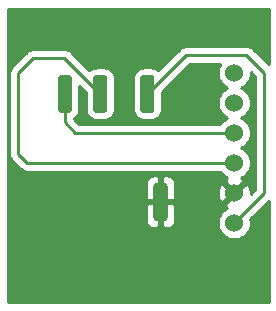
<source format=gbr>
G04 #@! TF.GenerationSoftware,KiCad,Pcbnew,(5.1.5)-3*
G04 #@! TF.CreationDate,2020-12-21T12:30:48+01:00*
G04 #@! TF.ProjectId,epimetheus_ina219,6570696d-6574-4686-9575-735f696e6132,rev?*
G04 #@! TF.SameCoordinates,Original*
G04 #@! TF.FileFunction,Copper,L1,Top*
G04 #@! TF.FilePolarity,Positive*
%FSLAX46Y46*%
G04 Gerber Fmt 4.6, Leading zero omitted, Abs format (unit mm)*
G04 Created by KiCad (PCBNEW (5.1.5)-3) date 2020-12-21 12:30:48*
%MOMM*%
%LPD*%
G04 APERTURE LIST*
%ADD10C,1.524000*%
%ADD11C,0.100000*%
%ADD12C,0.250000*%
%ADD13C,0.254000*%
G04 APERTURE END LIST*
D10*
X179324000Y-24638000D03*
X179324000Y-27178000D03*
X179324000Y-29718000D03*
X179324000Y-32258000D03*
X179324000Y-34798000D03*
X179324000Y-37338000D03*
G04 #@! TA.AperFunction,SMDPad,CuDef*
D11*
G36*
X165302405Y-24817445D02*
G01*
X165331527Y-24821764D01*
X165360085Y-24828918D01*
X165387805Y-24838836D01*
X165414419Y-24851424D01*
X165439671Y-24866559D01*
X165463318Y-24884097D01*
X165485132Y-24903868D01*
X165504903Y-24925682D01*
X165522441Y-24949329D01*
X165537576Y-24974581D01*
X165550164Y-25001195D01*
X165560082Y-25028915D01*
X165567236Y-25057473D01*
X165571555Y-25086595D01*
X165573000Y-25116000D01*
X165573000Y-27716000D01*
X165571555Y-27745405D01*
X165567236Y-27774527D01*
X165560082Y-27803085D01*
X165550164Y-27830805D01*
X165537576Y-27857419D01*
X165522441Y-27882671D01*
X165504903Y-27906318D01*
X165485132Y-27928132D01*
X165463318Y-27947903D01*
X165439671Y-27965441D01*
X165414419Y-27980576D01*
X165387805Y-27993164D01*
X165360085Y-28003082D01*
X165331527Y-28010236D01*
X165302405Y-28014555D01*
X165273000Y-28016000D01*
X164673000Y-28016000D01*
X164643595Y-28014555D01*
X164614473Y-28010236D01*
X164585915Y-28003082D01*
X164558195Y-27993164D01*
X164531581Y-27980576D01*
X164506329Y-27965441D01*
X164482682Y-27947903D01*
X164460868Y-27928132D01*
X164441097Y-27906318D01*
X164423559Y-27882671D01*
X164408424Y-27857419D01*
X164395836Y-27830805D01*
X164385918Y-27803085D01*
X164378764Y-27774527D01*
X164374445Y-27745405D01*
X164373000Y-27716000D01*
X164373000Y-25116000D01*
X164374445Y-25086595D01*
X164378764Y-25057473D01*
X164385918Y-25028915D01*
X164395836Y-25001195D01*
X164408424Y-24974581D01*
X164423559Y-24949329D01*
X164441097Y-24925682D01*
X164460868Y-24903868D01*
X164482682Y-24884097D01*
X164506329Y-24866559D01*
X164531581Y-24851424D01*
X164558195Y-24838836D01*
X164585915Y-24828918D01*
X164614473Y-24821764D01*
X164643595Y-24817445D01*
X164673000Y-24816000D01*
X165273000Y-24816000D01*
X165302405Y-24817445D01*
G37*
G04 #@! TD.AperFunction*
G04 #@! TA.AperFunction,SMDPad,CuDef*
G36*
X168302405Y-24817445D02*
G01*
X168331527Y-24821764D01*
X168360085Y-24828918D01*
X168387805Y-24838836D01*
X168414419Y-24851424D01*
X168439671Y-24866559D01*
X168463318Y-24884097D01*
X168485132Y-24903868D01*
X168504903Y-24925682D01*
X168522441Y-24949329D01*
X168537576Y-24974581D01*
X168550164Y-25001195D01*
X168560082Y-25028915D01*
X168567236Y-25057473D01*
X168571555Y-25086595D01*
X168573000Y-25116000D01*
X168573000Y-27716000D01*
X168571555Y-27745405D01*
X168567236Y-27774527D01*
X168560082Y-27803085D01*
X168550164Y-27830805D01*
X168537576Y-27857419D01*
X168522441Y-27882671D01*
X168504903Y-27906318D01*
X168485132Y-27928132D01*
X168463318Y-27947903D01*
X168439671Y-27965441D01*
X168414419Y-27980576D01*
X168387805Y-27993164D01*
X168360085Y-28003082D01*
X168331527Y-28010236D01*
X168302405Y-28014555D01*
X168273000Y-28016000D01*
X167673000Y-28016000D01*
X167643595Y-28014555D01*
X167614473Y-28010236D01*
X167585915Y-28003082D01*
X167558195Y-27993164D01*
X167531581Y-27980576D01*
X167506329Y-27965441D01*
X167482682Y-27947903D01*
X167460868Y-27928132D01*
X167441097Y-27906318D01*
X167423559Y-27882671D01*
X167408424Y-27857419D01*
X167395836Y-27830805D01*
X167385918Y-27803085D01*
X167378764Y-27774527D01*
X167374445Y-27745405D01*
X167373000Y-27716000D01*
X167373000Y-25116000D01*
X167374445Y-25086595D01*
X167378764Y-25057473D01*
X167385918Y-25028915D01*
X167395836Y-25001195D01*
X167408424Y-24974581D01*
X167423559Y-24949329D01*
X167441097Y-24925682D01*
X167460868Y-24903868D01*
X167482682Y-24884097D01*
X167506329Y-24866559D01*
X167531581Y-24851424D01*
X167558195Y-24838836D01*
X167585915Y-24828918D01*
X167614473Y-24821764D01*
X167643595Y-24817445D01*
X167673000Y-24816000D01*
X168273000Y-24816000D01*
X168302405Y-24817445D01*
G37*
G04 #@! TD.AperFunction*
G04 #@! TA.AperFunction,SMDPad,CuDef*
G36*
X172287405Y-24817445D02*
G01*
X172316527Y-24821764D01*
X172345085Y-24828918D01*
X172372805Y-24838836D01*
X172399419Y-24851424D01*
X172424671Y-24866559D01*
X172448318Y-24884097D01*
X172470132Y-24903868D01*
X172489903Y-24925682D01*
X172507441Y-24949329D01*
X172522576Y-24974581D01*
X172535164Y-25001195D01*
X172545082Y-25028915D01*
X172552236Y-25057473D01*
X172556555Y-25086595D01*
X172558000Y-25116000D01*
X172558000Y-27716000D01*
X172556555Y-27745405D01*
X172552236Y-27774527D01*
X172545082Y-27803085D01*
X172535164Y-27830805D01*
X172522576Y-27857419D01*
X172507441Y-27882671D01*
X172489903Y-27906318D01*
X172470132Y-27928132D01*
X172448318Y-27947903D01*
X172424671Y-27965441D01*
X172399419Y-27980576D01*
X172372805Y-27993164D01*
X172345085Y-28003082D01*
X172316527Y-28010236D01*
X172287405Y-28014555D01*
X172258000Y-28016000D01*
X171658000Y-28016000D01*
X171628595Y-28014555D01*
X171599473Y-28010236D01*
X171570915Y-28003082D01*
X171543195Y-27993164D01*
X171516581Y-27980576D01*
X171491329Y-27965441D01*
X171467682Y-27947903D01*
X171445868Y-27928132D01*
X171426097Y-27906318D01*
X171408559Y-27882671D01*
X171393424Y-27857419D01*
X171380836Y-27830805D01*
X171370918Y-27803085D01*
X171363764Y-27774527D01*
X171359445Y-27745405D01*
X171358000Y-27716000D01*
X171358000Y-25116000D01*
X171359445Y-25086595D01*
X171363764Y-25057473D01*
X171370918Y-25028915D01*
X171380836Y-25001195D01*
X171393424Y-24974581D01*
X171408559Y-24949329D01*
X171426097Y-24925682D01*
X171445868Y-24903868D01*
X171467682Y-24884097D01*
X171491329Y-24866559D01*
X171516581Y-24851424D01*
X171543195Y-24838836D01*
X171570915Y-24828918D01*
X171599473Y-24821764D01*
X171628595Y-24817445D01*
X171658000Y-24816000D01*
X172258000Y-24816000D01*
X172287405Y-24817445D01*
G37*
G04 #@! TD.AperFunction*
G04 #@! TA.AperFunction,SMDPad,CuDef*
G36*
X173402405Y-33961445D02*
G01*
X173431527Y-33965764D01*
X173460085Y-33972918D01*
X173487805Y-33982836D01*
X173514419Y-33995424D01*
X173539671Y-34010559D01*
X173563318Y-34028097D01*
X173585132Y-34047868D01*
X173604903Y-34069682D01*
X173622441Y-34093329D01*
X173637576Y-34118581D01*
X173650164Y-34145195D01*
X173660082Y-34172915D01*
X173667236Y-34201473D01*
X173671555Y-34230595D01*
X173673000Y-34260000D01*
X173673000Y-36860000D01*
X173671555Y-36889405D01*
X173667236Y-36918527D01*
X173660082Y-36947085D01*
X173650164Y-36974805D01*
X173637576Y-37001419D01*
X173622441Y-37026671D01*
X173604903Y-37050318D01*
X173585132Y-37072132D01*
X173563318Y-37091903D01*
X173539671Y-37109441D01*
X173514419Y-37124576D01*
X173487805Y-37137164D01*
X173460085Y-37147082D01*
X173431527Y-37154236D01*
X173402405Y-37158555D01*
X173373000Y-37160000D01*
X172773000Y-37160000D01*
X172743595Y-37158555D01*
X172714473Y-37154236D01*
X172685915Y-37147082D01*
X172658195Y-37137164D01*
X172631581Y-37124576D01*
X172606329Y-37109441D01*
X172582682Y-37091903D01*
X172560868Y-37072132D01*
X172541097Y-37050318D01*
X172523559Y-37026671D01*
X172508424Y-37001419D01*
X172495836Y-36974805D01*
X172485918Y-36947085D01*
X172478764Y-36918527D01*
X172474445Y-36889405D01*
X172473000Y-36860000D01*
X172473000Y-34260000D01*
X172474445Y-34230595D01*
X172478764Y-34201473D01*
X172485918Y-34172915D01*
X172495836Y-34145195D01*
X172508424Y-34118581D01*
X172523559Y-34093329D01*
X172541097Y-34069682D01*
X172560868Y-34047868D01*
X172582682Y-34028097D01*
X172606329Y-34010559D01*
X172631581Y-33995424D01*
X172658195Y-33982836D01*
X172685915Y-33972918D01*
X172714473Y-33965764D01*
X172743595Y-33961445D01*
X172773000Y-33960000D01*
X173373000Y-33960000D01*
X173402405Y-33961445D01*
G37*
G04 #@! TD.AperFunction*
D12*
X164973000Y-28829000D02*
X164973000Y-26416000D01*
X179324000Y-29718000D02*
X165862000Y-29718000D01*
X165862000Y-29718000D02*
X164973000Y-28829000D01*
X164925000Y-23368000D02*
X167973000Y-26416000D01*
X161798000Y-32258000D02*
X161036000Y-31496000D01*
X179324000Y-32258000D02*
X161798000Y-32258000D01*
X161036000Y-24638000D02*
X162306000Y-23368000D01*
X161036000Y-31496000D02*
X161036000Y-24638000D01*
X162306000Y-23368000D02*
X164925000Y-23368000D01*
X179324000Y-37338000D02*
X181864000Y-34798000D01*
X181864000Y-34798000D02*
X181864000Y-24638000D01*
X181864000Y-24638000D02*
X180340000Y-23114000D01*
X175260000Y-23114000D02*
X171958000Y-26416000D01*
X180340000Y-23114000D02*
X175260000Y-23114000D01*
D13*
G36*
X182220001Y-23919198D02*
G01*
X180903803Y-22603002D01*
X180880001Y-22573999D01*
X180764276Y-22479026D01*
X180632247Y-22408454D01*
X180488986Y-22364997D01*
X180377333Y-22354000D01*
X180377322Y-22354000D01*
X180340000Y-22350324D01*
X180302678Y-22354000D01*
X175297322Y-22354000D01*
X175259999Y-22350324D01*
X175222676Y-22354000D01*
X175222667Y-22354000D01*
X175111014Y-22364997D01*
X174967753Y-22408454D01*
X174835724Y-22479026D01*
X174719999Y-22573999D01*
X174696201Y-22602997D01*
X172880233Y-24418966D01*
X172779165Y-24336022D01*
X172616985Y-24249334D01*
X172441009Y-24195953D01*
X172258000Y-24177928D01*
X171658000Y-24177928D01*
X171474991Y-24195953D01*
X171299015Y-24249334D01*
X171136835Y-24336022D01*
X170994683Y-24452683D01*
X170878022Y-24594835D01*
X170791334Y-24757015D01*
X170737953Y-24932991D01*
X170719928Y-25116000D01*
X170719928Y-27716000D01*
X170737953Y-27899009D01*
X170791334Y-28074985D01*
X170878022Y-28237165D01*
X170994683Y-28379317D01*
X171136835Y-28495978D01*
X171299015Y-28582666D01*
X171474991Y-28636047D01*
X171658000Y-28654072D01*
X172258000Y-28654072D01*
X172441009Y-28636047D01*
X172616985Y-28582666D01*
X172779165Y-28495978D01*
X172921317Y-28379317D01*
X173037978Y-28237165D01*
X173124666Y-28074985D01*
X173178047Y-27899009D01*
X173196072Y-27716000D01*
X173196072Y-26252729D01*
X175574802Y-23874000D01*
X178154332Y-23874000D01*
X178085995Y-23976273D01*
X177980686Y-24230510D01*
X177927000Y-24500408D01*
X177927000Y-24775592D01*
X177980686Y-25045490D01*
X178085995Y-25299727D01*
X178238880Y-25528535D01*
X178433465Y-25723120D01*
X178662273Y-25876005D01*
X178739515Y-25908000D01*
X178662273Y-25939995D01*
X178433465Y-26092880D01*
X178238880Y-26287465D01*
X178085995Y-26516273D01*
X177980686Y-26770510D01*
X177927000Y-27040408D01*
X177927000Y-27315592D01*
X177980686Y-27585490D01*
X178085995Y-27839727D01*
X178238880Y-28068535D01*
X178433465Y-28263120D01*
X178662273Y-28416005D01*
X178739515Y-28448000D01*
X178662273Y-28479995D01*
X178433465Y-28632880D01*
X178238880Y-28827465D01*
X178151659Y-28958000D01*
X166176802Y-28958000D01*
X165742432Y-28523630D01*
X165794165Y-28495978D01*
X165936317Y-28379317D01*
X166052978Y-28237165D01*
X166139666Y-28074985D01*
X166193047Y-27899009D01*
X166211072Y-27716000D01*
X166211072Y-25728874D01*
X166734928Y-26252730D01*
X166734928Y-27716000D01*
X166752953Y-27899009D01*
X166806334Y-28074985D01*
X166893022Y-28237165D01*
X167009683Y-28379317D01*
X167151835Y-28495978D01*
X167314015Y-28582666D01*
X167489991Y-28636047D01*
X167673000Y-28654072D01*
X168273000Y-28654072D01*
X168456009Y-28636047D01*
X168631985Y-28582666D01*
X168794165Y-28495978D01*
X168936317Y-28379317D01*
X169052978Y-28237165D01*
X169139666Y-28074985D01*
X169193047Y-27899009D01*
X169211072Y-27716000D01*
X169211072Y-25116000D01*
X169193047Y-24932991D01*
X169139666Y-24757015D01*
X169052978Y-24594835D01*
X168936317Y-24452683D01*
X168794165Y-24336022D01*
X168631985Y-24249334D01*
X168456009Y-24195953D01*
X168273000Y-24177928D01*
X167673000Y-24177928D01*
X167489991Y-24195953D01*
X167314015Y-24249334D01*
X167151835Y-24336022D01*
X167050767Y-24418966D01*
X165488804Y-22857003D01*
X165465001Y-22827999D01*
X165349276Y-22733026D01*
X165217247Y-22662454D01*
X165073986Y-22618997D01*
X164962333Y-22608000D01*
X164962322Y-22608000D01*
X164925000Y-22604324D01*
X164887678Y-22608000D01*
X162343322Y-22608000D01*
X162305999Y-22604324D01*
X162268676Y-22608000D01*
X162268667Y-22608000D01*
X162157014Y-22618997D01*
X162013753Y-22662454D01*
X161881724Y-22733026D01*
X161765999Y-22827999D01*
X161742201Y-22856997D01*
X160524998Y-24074201D01*
X160496000Y-24097999D01*
X160472203Y-24126996D01*
X160472201Y-24126998D01*
X160401026Y-24213724D01*
X160330454Y-24345754D01*
X160300180Y-24445558D01*
X160286999Y-24489013D01*
X160286998Y-24489015D01*
X160272324Y-24638000D01*
X160276001Y-24675332D01*
X160276000Y-31458677D01*
X160272324Y-31496000D01*
X160276000Y-31533322D01*
X160276000Y-31533332D01*
X160286997Y-31644985D01*
X160330454Y-31788246D01*
X160401026Y-31920276D01*
X160438348Y-31965753D01*
X160495999Y-32036001D01*
X160525002Y-32059803D01*
X161234201Y-32769002D01*
X161257999Y-32798001D01*
X161373724Y-32892974D01*
X161505753Y-32963546D01*
X161649014Y-33007003D01*
X161760667Y-33018000D01*
X161760675Y-33018000D01*
X161798000Y-33021676D01*
X161835325Y-33018000D01*
X178151659Y-33018000D01*
X178238880Y-33148535D01*
X178433465Y-33343120D01*
X178662273Y-33496005D01*
X178733943Y-33525692D01*
X178720977Y-33530364D01*
X178605020Y-33592344D01*
X178538040Y-33832435D01*
X179324000Y-34618395D01*
X180109960Y-33832435D01*
X180042980Y-33592344D01*
X179907240Y-33528515D01*
X179985727Y-33496005D01*
X180214535Y-33343120D01*
X180409120Y-33148535D01*
X180562005Y-32919727D01*
X180667314Y-32665490D01*
X180721000Y-32395592D01*
X180721000Y-32120408D01*
X180667314Y-31850510D01*
X180562005Y-31596273D01*
X180409120Y-31367465D01*
X180214535Y-31172880D01*
X179985727Y-31019995D01*
X179908485Y-30988000D01*
X179985727Y-30956005D01*
X180214535Y-30803120D01*
X180409120Y-30608535D01*
X180562005Y-30379727D01*
X180667314Y-30125490D01*
X180721000Y-29855592D01*
X180721000Y-29580408D01*
X180667314Y-29310510D01*
X180562005Y-29056273D01*
X180409120Y-28827465D01*
X180214535Y-28632880D01*
X179985727Y-28479995D01*
X179908485Y-28448000D01*
X179985727Y-28416005D01*
X180214535Y-28263120D01*
X180409120Y-28068535D01*
X180562005Y-27839727D01*
X180667314Y-27585490D01*
X180721000Y-27315592D01*
X180721000Y-27040408D01*
X180667314Y-26770510D01*
X180562005Y-26516273D01*
X180409120Y-26287465D01*
X180214535Y-26092880D01*
X179985727Y-25939995D01*
X179908485Y-25908000D01*
X179985727Y-25876005D01*
X180214535Y-25723120D01*
X180409120Y-25528535D01*
X180562005Y-25299727D01*
X180667314Y-25045490D01*
X180721000Y-24775592D01*
X180721000Y-24569802D01*
X181104001Y-24952804D01*
X181104000Y-34483197D01*
X180719255Y-34867943D01*
X180725910Y-34725983D01*
X180684922Y-34453867D01*
X180591636Y-34194977D01*
X180529656Y-34079020D01*
X180289565Y-34012040D01*
X179503605Y-34798000D01*
X179517748Y-34812143D01*
X179338143Y-34991748D01*
X179324000Y-34977605D01*
X178538040Y-35763565D01*
X178605020Y-36003656D01*
X178740760Y-36067485D01*
X178662273Y-36099995D01*
X178433465Y-36252880D01*
X178238880Y-36447465D01*
X178085995Y-36676273D01*
X177980686Y-36930510D01*
X177927000Y-37200408D01*
X177927000Y-37475592D01*
X177980686Y-37745490D01*
X178085995Y-37999727D01*
X178238880Y-38228535D01*
X178433465Y-38423120D01*
X178662273Y-38576005D01*
X178916510Y-38681314D01*
X179186408Y-38735000D01*
X179461592Y-38735000D01*
X179731490Y-38681314D01*
X179985727Y-38576005D01*
X180214535Y-38423120D01*
X180409120Y-38228535D01*
X180562005Y-37999727D01*
X180667314Y-37745490D01*
X180721000Y-37475592D01*
X180721000Y-37200408D01*
X180690372Y-37046430D01*
X182220000Y-35516802D01*
X182220000Y-44044000D01*
X160172000Y-44044000D01*
X160172000Y-37160000D01*
X171834928Y-37160000D01*
X171847188Y-37284482D01*
X171883498Y-37404180D01*
X171942463Y-37514494D01*
X172021815Y-37611185D01*
X172118506Y-37690537D01*
X172228820Y-37749502D01*
X172348518Y-37785812D01*
X172473000Y-37798072D01*
X172787250Y-37795000D01*
X172946000Y-37636250D01*
X172946000Y-35687000D01*
X173200000Y-35687000D01*
X173200000Y-37636250D01*
X173358750Y-37795000D01*
X173673000Y-37798072D01*
X173797482Y-37785812D01*
X173917180Y-37749502D01*
X174027494Y-37690537D01*
X174124185Y-37611185D01*
X174203537Y-37514494D01*
X174262502Y-37404180D01*
X174298812Y-37284482D01*
X174311072Y-37160000D01*
X174308000Y-35845750D01*
X174149250Y-35687000D01*
X173200000Y-35687000D01*
X172946000Y-35687000D01*
X171996750Y-35687000D01*
X171838000Y-35845750D01*
X171834928Y-37160000D01*
X160172000Y-37160000D01*
X160172000Y-33960000D01*
X171834928Y-33960000D01*
X171838000Y-35274250D01*
X171996750Y-35433000D01*
X172946000Y-35433000D01*
X172946000Y-33483750D01*
X173200000Y-33483750D01*
X173200000Y-35433000D01*
X174149250Y-35433000D01*
X174308000Y-35274250D01*
X174308944Y-34870017D01*
X177922090Y-34870017D01*
X177963078Y-35142133D01*
X178056364Y-35401023D01*
X178118344Y-35516980D01*
X178358435Y-35583960D01*
X179144395Y-34798000D01*
X178358435Y-34012040D01*
X178118344Y-34079020D01*
X178001244Y-34328048D01*
X177934977Y-34595135D01*
X177922090Y-34870017D01*
X174308944Y-34870017D01*
X174311072Y-33960000D01*
X174298812Y-33835518D01*
X174262502Y-33715820D01*
X174203537Y-33605506D01*
X174124185Y-33508815D01*
X174027494Y-33429463D01*
X173917180Y-33370498D01*
X173797482Y-33334188D01*
X173673000Y-33321928D01*
X173358750Y-33325000D01*
X173200000Y-33483750D01*
X172946000Y-33483750D01*
X172787250Y-33325000D01*
X172473000Y-33321928D01*
X172348518Y-33334188D01*
X172228820Y-33370498D01*
X172118506Y-33429463D01*
X172021815Y-33508815D01*
X171942463Y-33605506D01*
X171883498Y-33715820D01*
X171847188Y-33835518D01*
X171834928Y-33960000D01*
X160172000Y-33960000D01*
X160172000Y-19202000D01*
X182220001Y-19202000D01*
X182220001Y-23919198D01*
G37*
X182220001Y-23919198D02*
X180903803Y-22603002D01*
X180880001Y-22573999D01*
X180764276Y-22479026D01*
X180632247Y-22408454D01*
X180488986Y-22364997D01*
X180377333Y-22354000D01*
X180377322Y-22354000D01*
X180340000Y-22350324D01*
X180302678Y-22354000D01*
X175297322Y-22354000D01*
X175259999Y-22350324D01*
X175222676Y-22354000D01*
X175222667Y-22354000D01*
X175111014Y-22364997D01*
X174967753Y-22408454D01*
X174835724Y-22479026D01*
X174719999Y-22573999D01*
X174696201Y-22602997D01*
X172880233Y-24418966D01*
X172779165Y-24336022D01*
X172616985Y-24249334D01*
X172441009Y-24195953D01*
X172258000Y-24177928D01*
X171658000Y-24177928D01*
X171474991Y-24195953D01*
X171299015Y-24249334D01*
X171136835Y-24336022D01*
X170994683Y-24452683D01*
X170878022Y-24594835D01*
X170791334Y-24757015D01*
X170737953Y-24932991D01*
X170719928Y-25116000D01*
X170719928Y-27716000D01*
X170737953Y-27899009D01*
X170791334Y-28074985D01*
X170878022Y-28237165D01*
X170994683Y-28379317D01*
X171136835Y-28495978D01*
X171299015Y-28582666D01*
X171474991Y-28636047D01*
X171658000Y-28654072D01*
X172258000Y-28654072D01*
X172441009Y-28636047D01*
X172616985Y-28582666D01*
X172779165Y-28495978D01*
X172921317Y-28379317D01*
X173037978Y-28237165D01*
X173124666Y-28074985D01*
X173178047Y-27899009D01*
X173196072Y-27716000D01*
X173196072Y-26252729D01*
X175574802Y-23874000D01*
X178154332Y-23874000D01*
X178085995Y-23976273D01*
X177980686Y-24230510D01*
X177927000Y-24500408D01*
X177927000Y-24775592D01*
X177980686Y-25045490D01*
X178085995Y-25299727D01*
X178238880Y-25528535D01*
X178433465Y-25723120D01*
X178662273Y-25876005D01*
X178739515Y-25908000D01*
X178662273Y-25939995D01*
X178433465Y-26092880D01*
X178238880Y-26287465D01*
X178085995Y-26516273D01*
X177980686Y-26770510D01*
X177927000Y-27040408D01*
X177927000Y-27315592D01*
X177980686Y-27585490D01*
X178085995Y-27839727D01*
X178238880Y-28068535D01*
X178433465Y-28263120D01*
X178662273Y-28416005D01*
X178739515Y-28448000D01*
X178662273Y-28479995D01*
X178433465Y-28632880D01*
X178238880Y-28827465D01*
X178151659Y-28958000D01*
X166176802Y-28958000D01*
X165742432Y-28523630D01*
X165794165Y-28495978D01*
X165936317Y-28379317D01*
X166052978Y-28237165D01*
X166139666Y-28074985D01*
X166193047Y-27899009D01*
X166211072Y-27716000D01*
X166211072Y-25728874D01*
X166734928Y-26252730D01*
X166734928Y-27716000D01*
X166752953Y-27899009D01*
X166806334Y-28074985D01*
X166893022Y-28237165D01*
X167009683Y-28379317D01*
X167151835Y-28495978D01*
X167314015Y-28582666D01*
X167489991Y-28636047D01*
X167673000Y-28654072D01*
X168273000Y-28654072D01*
X168456009Y-28636047D01*
X168631985Y-28582666D01*
X168794165Y-28495978D01*
X168936317Y-28379317D01*
X169052978Y-28237165D01*
X169139666Y-28074985D01*
X169193047Y-27899009D01*
X169211072Y-27716000D01*
X169211072Y-25116000D01*
X169193047Y-24932991D01*
X169139666Y-24757015D01*
X169052978Y-24594835D01*
X168936317Y-24452683D01*
X168794165Y-24336022D01*
X168631985Y-24249334D01*
X168456009Y-24195953D01*
X168273000Y-24177928D01*
X167673000Y-24177928D01*
X167489991Y-24195953D01*
X167314015Y-24249334D01*
X167151835Y-24336022D01*
X167050767Y-24418966D01*
X165488804Y-22857003D01*
X165465001Y-22827999D01*
X165349276Y-22733026D01*
X165217247Y-22662454D01*
X165073986Y-22618997D01*
X164962333Y-22608000D01*
X164962322Y-22608000D01*
X164925000Y-22604324D01*
X164887678Y-22608000D01*
X162343322Y-22608000D01*
X162305999Y-22604324D01*
X162268676Y-22608000D01*
X162268667Y-22608000D01*
X162157014Y-22618997D01*
X162013753Y-22662454D01*
X161881724Y-22733026D01*
X161765999Y-22827999D01*
X161742201Y-22856997D01*
X160524998Y-24074201D01*
X160496000Y-24097999D01*
X160472203Y-24126996D01*
X160472201Y-24126998D01*
X160401026Y-24213724D01*
X160330454Y-24345754D01*
X160300180Y-24445558D01*
X160286999Y-24489013D01*
X160286998Y-24489015D01*
X160272324Y-24638000D01*
X160276001Y-24675332D01*
X160276000Y-31458677D01*
X160272324Y-31496000D01*
X160276000Y-31533322D01*
X160276000Y-31533332D01*
X160286997Y-31644985D01*
X160330454Y-31788246D01*
X160401026Y-31920276D01*
X160438348Y-31965753D01*
X160495999Y-32036001D01*
X160525002Y-32059803D01*
X161234201Y-32769002D01*
X161257999Y-32798001D01*
X161373724Y-32892974D01*
X161505753Y-32963546D01*
X161649014Y-33007003D01*
X161760667Y-33018000D01*
X161760675Y-33018000D01*
X161798000Y-33021676D01*
X161835325Y-33018000D01*
X178151659Y-33018000D01*
X178238880Y-33148535D01*
X178433465Y-33343120D01*
X178662273Y-33496005D01*
X178733943Y-33525692D01*
X178720977Y-33530364D01*
X178605020Y-33592344D01*
X178538040Y-33832435D01*
X179324000Y-34618395D01*
X180109960Y-33832435D01*
X180042980Y-33592344D01*
X179907240Y-33528515D01*
X179985727Y-33496005D01*
X180214535Y-33343120D01*
X180409120Y-33148535D01*
X180562005Y-32919727D01*
X180667314Y-32665490D01*
X180721000Y-32395592D01*
X180721000Y-32120408D01*
X180667314Y-31850510D01*
X180562005Y-31596273D01*
X180409120Y-31367465D01*
X180214535Y-31172880D01*
X179985727Y-31019995D01*
X179908485Y-30988000D01*
X179985727Y-30956005D01*
X180214535Y-30803120D01*
X180409120Y-30608535D01*
X180562005Y-30379727D01*
X180667314Y-30125490D01*
X180721000Y-29855592D01*
X180721000Y-29580408D01*
X180667314Y-29310510D01*
X180562005Y-29056273D01*
X180409120Y-28827465D01*
X180214535Y-28632880D01*
X179985727Y-28479995D01*
X179908485Y-28448000D01*
X179985727Y-28416005D01*
X180214535Y-28263120D01*
X180409120Y-28068535D01*
X180562005Y-27839727D01*
X180667314Y-27585490D01*
X180721000Y-27315592D01*
X180721000Y-27040408D01*
X180667314Y-26770510D01*
X180562005Y-26516273D01*
X180409120Y-26287465D01*
X180214535Y-26092880D01*
X179985727Y-25939995D01*
X179908485Y-25908000D01*
X179985727Y-25876005D01*
X180214535Y-25723120D01*
X180409120Y-25528535D01*
X180562005Y-25299727D01*
X180667314Y-25045490D01*
X180721000Y-24775592D01*
X180721000Y-24569802D01*
X181104001Y-24952804D01*
X181104000Y-34483197D01*
X180719255Y-34867943D01*
X180725910Y-34725983D01*
X180684922Y-34453867D01*
X180591636Y-34194977D01*
X180529656Y-34079020D01*
X180289565Y-34012040D01*
X179503605Y-34798000D01*
X179517748Y-34812143D01*
X179338143Y-34991748D01*
X179324000Y-34977605D01*
X178538040Y-35763565D01*
X178605020Y-36003656D01*
X178740760Y-36067485D01*
X178662273Y-36099995D01*
X178433465Y-36252880D01*
X178238880Y-36447465D01*
X178085995Y-36676273D01*
X177980686Y-36930510D01*
X177927000Y-37200408D01*
X177927000Y-37475592D01*
X177980686Y-37745490D01*
X178085995Y-37999727D01*
X178238880Y-38228535D01*
X178433465Y-38423120D01*
X178662273Y-38576005D01*
X178916510Y-38681314D01*
X179186408Y-38735000D01*
X179461592Y-38735000D01*
X179731490Y-38681314D01*
X179985727Y-38576005D01*
X180214535Y-38423120D01*
X180409120Y-38228535D01*
X180562005Y-37999727D01*
X180667314Y-37745490D01*
X180721000Y-37475592D01*
X180721000Y-37200408D01*
X180690372Y-37046430D01*
X182220000Y-35516802D01*
X182220000Y-44044000D01*
X160172000Y-44044000D01*
X160172000Y-37160000D01*
X171834928Y-37160000D01*
X171847188Y-37284482D01*
X171883498Y-37404180D01*
X171942463Y-37514494D01*
X172021815Y-37611185D01*
X172118506Y-37690537D01*
X172228820Y-37749502D01*
X172348518Y-37785812D01*
X172473000Y-37798072D01*
X172787250Y-37795000D01*
X172946000Y-37636250D01*
X172946000Y-35687000D01*
X173200000Y-35687000D01*
X173200000Y-37636250D01*
X173358750Y-37795000D01*
X173673000Y-37798072D01*
X173797482Y-37785812D01*
X173917180Y-37749502D01*
X174027494Y-37690537D01*
X174124185Y-37611185D01*
X174203537Y-37514494D01*
X174262502Y-37404180D01*
X174298812Y-37284482D01*
X174311072Y-37160000D01*
X174308000Y-35845750D01*
X174149250Y-35687000D01*
X173200000Y-35687000D01*
X172946000Y-35687000D01*
X171996750Y-35687000D01*
X171838000Y-35845750D01*
X171834928Y-37160000D01*
X160172000Y-37160000D01*
X160172000Y-33960000D01*
X171834928Y-33960000D01*
X171838000Y-35274250D01*
X171996750Y-35433000D01*
X172946000Y-35433000D01*
X172946000Y-33483750D01*
X173200000Y-33483750D01*
X173200000Y-35433000D01*
X174149250Y-35433000D01*
X174308000Y-35274250D01*
X174308944Y-34870017D01*
X177922090Y-34870017D01*
X177963078Y-35142133D01*
X178056364Y-35401023D01*
X178118344Y-35516980D01*
X178358435Y-35583960D01*
X179144395Y-34798000D01*
X178358435Y-34012040D01*
X178118344Y-34079020D01*
X178001244Y-34328048D01*
X177934977Y-34595135D01*
X177922090Y-34870017D01*
X174308944Y-34870017D01*
X174311072Y-33960000D01*
X174298812Y-33835518D01*
X174262502Y-33715820D01*
X174203537Y-33605506D01*
X174124185Y-33508815D01*
X174027494Y-33429463D01*
X173917180Y-33370498D01*
X173797482Y-33334188D01*
X173673000Y-33321928D01*
X173358750Y-33325000D01*
X173200000Y-33483750D01*
X172946000Y-33483750D01*
X172787250Y-33325000D01*
X172473000Y-33321928D01*
X172348518Y-33334188D01*
X172228820Y-33370498D01*
X172118506Y-33429463D01*
X172021815Y-33508815D01*
X171942463Y-33605506D01*
X171883498Y-33715820D01*
X171847188Y-33835518D01*
X171834928Y-33960000D01*
X160172000Y-33960000D01*
X160172000Y-19202000D01*
X182220001Y-19202000D01*
X182220001Y-23919198D01*
M02*

</source>
